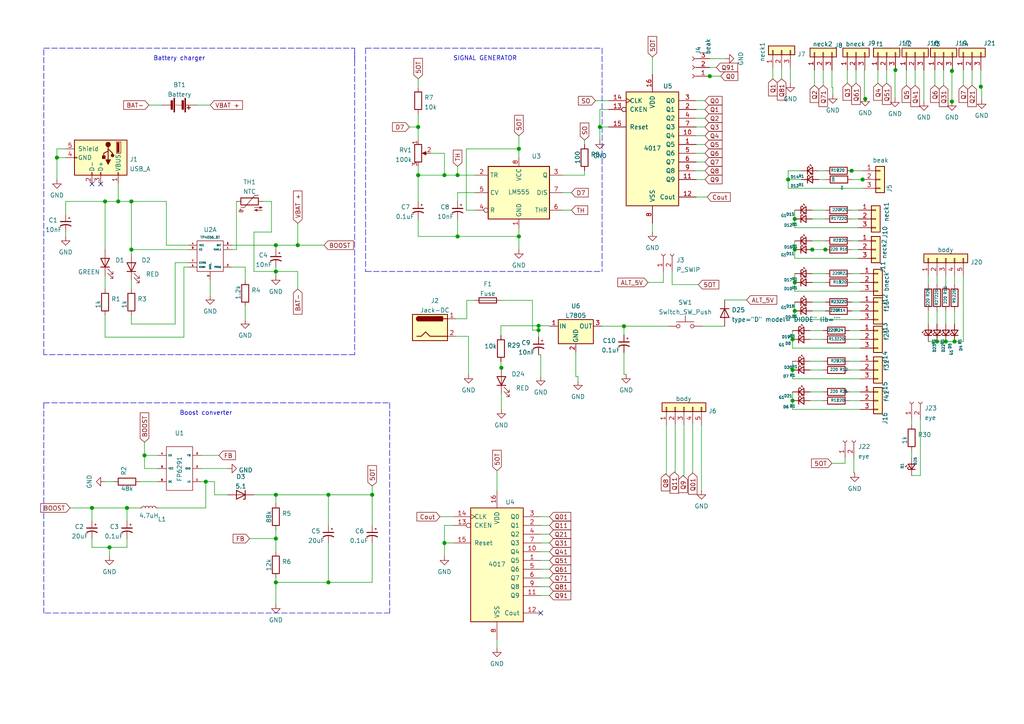
<source format=kicad_sch>
(kicad_sch (version 20210621) (generator eeschema)
  (paper "A4")
  (junction (at 16.51 45.72) (diameter 1.016))
  (junction (at 26.67 147.32) (diameter 1.016))
  (junction (at 30.48 58.42) (diameter 1.016))
  (junction (at 31.75 158.75) (diameter 1.016))
  (junction (at 34.29 58.42) (diameter 1.016))
  (junction (at 36.83 147.32) (diameter 1.016))
  (junction (at 38.1 58.42) (diameter 1.016))
  (junction (at 38.1 72.39) (diameter 1.016))
  (junction (at 41.91 132.08) (diameter 1.016))
  (junction (at 59.69 139.7) (diameter 1.016))
  (junction (at 80.01 71.12) (diameter 1.016))
  (junction (at 80.01 78.74) (diameter 1.016))
  (junction (at 80.01 143.51) (diameter 1.016))
  (junction (at 80.01 156.21) (diameter 1.016))
  (junction (at 80.01 168.91) (diameter 1.016))
  (junction (at 86.36 71.12) (diameter 1.016))
  (junction (at 95.25 143.51) (diameter 1.016))
  (junction (at 95.25 168.91) (diameter 1.016))
  (junction (at 107.95 143.51) (diameter 1.016))
  (junction (at 121.285 36.83) (diameter 1.016))
  (junction (at 121.285 50.8) (diameter 1.016))
  (junction (at 128.905 50.8) (diameter 1.016))
  (junction (at 128.905 157.48) (diameter 1.016))
  (junction (at 132.715 50.8) (diameter 1.016))
  (junction (at 132.715 68.58) (diameter 1.016))
  (junction (at 145.415 106.68) (diameter 1.016))
  (junction (at 150.495 43.18) (diameter 1.016))
  (junction (at 150.495 68.58) (diameter 1.016))
  (junction (at 156.21 94.488) (diameter 1.016))
  (junction (at 156.21 95.758) (diameter 1.016))
  (junction (at 173.99 36.83) (diameter 1.016))
  (junction (at 180.975 94.615) (diameter 1.016))
  (junction (at 205.867 22.098) (diameter 1.016))
  (junction (at 228.6 52.07) (diameter 1.016))
  (junction (at 229.87 98.425) (diameter 1.016))
  (junction (at 229.87 107.315) (diameter 1.016))
  (junction (at 229.87 116.205) (diameter 1.016))
  (junction (at 230.505 63.5) (diameter 1.016))
  (junction (at 230.505 72.39) (diameter 1.016))
  (junction (at 230.505 81.915) (diameter 1.016))
  (junction (at 230.505 90.17) (diameter 1.016))
  (junction (at 235.585 72.39) (diameter 1.016))
  (junction (at 239.395 72.39) (diameter 1.016))
  (junction (at 247.015 49.53) (diameter 1.016))
  (junction (at 250.19 52.07) (diameter 1.016))
  (junction (at 250.952 28.702) (diameter 1.016))
  (junction (at 259.715 20.32) (diameter 1.016))
  (junction (at 271.78 99.06) (diameter 1.016))
  (junction (at 274.32 99.06) (diameter 1.016))
  (junction (at 276.098 20.574) (diameter 1.016))
  (junction (at 276.098 29.464) (diameter 1.016))
  (junction (at 276.86 99.06) (diameter 1.016))
  (junction (at 284.48 25.146) (diameter 1.016))
  (no_connect (at 26.67 53.34))
  (no_connect (at 29.21 53.34))
  (no_connect (at 156.845 177.8))
  (wire (pts (xy 16.51 43.18) (xy 16.51 45.72)))
  (wire (pts (xy 16.51 45.72) (xy 16.51 52.07)))
  (wire (pts (xy 19.05 43.18) (xy 16.51 43.18)))
  (wire (pts (xy 19.05 45.72) (xy 16.51 45.72)))
  (wire (pts (xy 19.05 58.42) (xy 30.48 58.42)))
  (wire (pts (xy 19.05 62.23) (xy 19.05 58.42)))
  (wire (pts (xy 19.05 67.31) (xy 19.05 68.58)))
  (wire (pts (xy 26.67 147.32) (xy 20.32 147.32)))
  (wire (pts (xy 26.67 147.32) (xy 26.67 151.13)))
  (wire (pts (xy 26.67 158.75) (xy 26.67 156.21)))
  (wire (pts (xy 30.48 58.42) (xy 30.48 72.39)))
  (wire (pts (xy 30.48 58.42) (xy 34.29 58.42)))
  (wire (pts (xy 30.48 80.01) (xy 30.48 83.82)))
  (wire (pts (xy 30.48 97.79) (xy 30.48 91.44)))
  (wire (pts (xy 31.75 158.75) (xy 26.67 158.75)))
  (wire (pts (xy 31.75 158.75) (xy 31.75 161.29)))
  (wire (pts (xy 33.02 139.7) (xy 30.48 139.7)))
  (wire (pts (xy 34.29 53.34) (xy 34.29 58.42)))
  (wire (pts (xy 34.29 58.42) (xy 38.1 58.42)))
  (wire (pts (xy 36.83 147.32) (xy 26.67 147.32)))
  (wire (pts (xy 36.83 147.32) (xy 36.83 151.13)))
  (wire (pts (xy 36.83 156.21) (xy 36.83 158.75)))
  (wire (pts (xy 36.83 158.75) (xy 31.75 158.75)))
  (wire (pts (xy 38.1 58.42) (xy 38.1 72.39)))
  (wire (pts (xy 38.1 58.42) (xy 48.26 58.42)))
  (wire (pts (xy 38.1 72.39) (xy 38.1 73.66)))
  (wire (pts (xy 38.1 72.39) (xy 54.61 72.39)))
  (wire (pts (xy 38.1 81.28) (xy 38.1 83.82)))
  (wire (pts (xy 38.1 91.44) (xy 38.1 93.98)))
  (wire (pts (xy 38.1 93.98) (xy 50.8 93.98)))
  (wire (pts (xy 40.64 147.32) (xy 36.83 147.32)))
  (wire (pts (xy 41.91 132.08) (xy 41.91 128.27)))
  (wire (pts (xy 41.91 132.08) (xy 41.91 135.89)))
  (wire (pts (xy 41.91 135.89) (xy 45.72 135.89)))
  (wire (pts (xy 43.18 30.48) (xy 46.99 30.48)))
  (wire (pts (xy 45.72 132.08) (xy 41.91 132.08)))
  (wire (pts (xy 45.72 139.7) (xy 40.64 139.7)))
  (wire (pts (xy 45.72 147.32) (xy 59.69 147.32)))
  (wire (pts (xy 48.26 71.12) (xy 48.26 58.42)))
  (wire (pts (xy 50.8 76.2) (xy 50.8 93.98)))
  (wire (pts (xy 50.8 76.2) (xy 54.61 76.2)))
  (wire (pts (xy 53.34 77.47) (xy 53.34 97.79)))
  (wire (pts (xy 53.34 77.47) (xy 54.61 77.47)))
  (wire (pts (xy 53.34 97.79) (xy 30.48 97.79)))
  (wire (pts (xy 54.61 71.12) (xy 48.26 71.12)))
  (wire (pts (xy 57.15 30.48) (xy 60.96 30.48)))
  (wire (pts (xy 58.42 132.08) (xy 63.5 132.08)))
  (wire (pts (xy 58.42 135.89) (xy 66.04 135.89)))
  (wire (pts (xy 58.42 139.7) (xy 59.69 139.7)))
  (wire (pts (xy 59.69 147.32) (xy 59.69 139.7)))
  (wire (pts (xy 60.96 81.28) (xy 60.96 85.725)))
  (wire (pts (xy 62.23 139.7) (xy 59.69 139.7)))
  (wire (pts (xy 62.23 143.51) (xy 62.23 139.7)))
  (wire (pts (xy 66.04 143.51) (xy 62.23 143.51)))
  (wire (pts (xy 67.31 71.12) (xy 80.01 71.12)))
  (wire (pts (xy 67.31 72.39) (xy 68.58 72.39)))
  (wire (pts (xy 67.31 77.47) (xy 71.12 77.47)))
  (wire (pts (xy 68.58 58.42) (xy 68.58 72.39)))
  (wire (pts (xy 71.12 77.47) (xy 71.12 81.28)))
  (wire (pts (xy 71.12 88.9) (xy 71.12 92.71)))
  (wire (pts (xy 72.39 156.21) (xy 80.01 156.21)))
  (wire (pts (xy 73.66 67.31) (xy 73.66 78.74)))
  (wire (pts (xy 73.66 78.74) (xy 80.01 78.74)))
  (wire (pts (xy 73.66 143.51) (xy 80.01 143.51)))
  (wire (pts (xy 76.2 58.42) (xy 78.74 58.42)))
  (wire (pts (xy 78.74 58.42) (xy 78.74 67.31)))
  (wire (pts (xy 78.74 67.31) (xy 73.66 67.31)))
  (wire (pts (xy 80.01 71.12) (xy 80.01 72.39)))
  (wire (pts (xy 80.01 71.12) (xy 86.36 71.12)))
  (wire (pts (xy 80.01 77.47) (xy 80.01 78.74)))
  (wire (pts (xy 80.01 78.74) (xy 80.01 80.01)))
  (wire (pts (xy 80.01 78.74) (xy 86.36 78.74)))
  (wire (pts (xy 80.01 143.51) (xy 80.01 146.05)))
  (wire (pts (xy 80.01 153.67) (xy 80.01 156.21)))
  (wire (pts (xy 80.01 156.21) (xy 80.01 160.02)))
  (wire (pts (xy 80.01 167.64) (xy 80.01 168.91)))
  (wire (pts (xy 80.01 168.91) (xy 80.01 175.26)))
  (wire (pts (xy 86.36 64.77) (xy 86.36 71.12)))
  (wire (pts (xy 86.36 71.12) (xy 93.98 71.12)))
  (wire (pts (xy 86.36 83.82) (xy 86.36 78.74)))
  (wire (pts (xy 95.25 143.51) (xy 80.01 143.51)))
  (wire (pts (xy 95.25 152.4) (xy 95.25 143.51)))
  (wire (pts (xy 95.25 157.48) (xy 95.25 168.91)))
  (wire (pts (xy 95.25 168.91) (xy 80.01 168.91)))
  (wire (pts (xy 107.95 140.97) (xy 107.95 143.51)))
  (wire (pts (xy 107.95 143.51) (xy 95.25 143.51)))
  (wire (pts (xy 107.95 152.4) (xy 107.95 143.51)))
  (wire (pts (xy 107.95 157.48) (xy 107.95 168.91)))
  (wire (pts (xy 107.95 168.91) (xy 95.25 168.91)))
  (wire (pts (xy 118.745 36.83) (xy 121.285 36.83)))
  (wire (pts (xy 121.285 22.86) (xy 121.285 25.4)))
  (wire (pts (xy 121.285 33.02) (xy 121.285 36.83)))
  (wire (pts (xy 121.285 36.83) (xy 121.285 40.64)))
  (wire (pts (xy 121.285 48.26) (xy 121.285 50.8)))
  (wire (pts (xy 121.285 50.8) (xy 121.285 58.42)))
  (wire (pts (xy 121.285 50.8) (xy 128.905 50.8)))
  (wire (pts (xy 121.285 63.5) (xy 121.285 68.58)))
  (wire (pts (xy 121.285 68.58) (xy 132.715 68.58)))
  (wire (pts (xy 125.095 44.45) (xy 128.905 44.45)))
  (wire (pts (xy 127.635 149.86) (xy 131.445 149.86)))
  (wire (pts (xy 128.905 44.45) (xy 128.905 50.8)))
  (wire (pts (xy 128.905 50.8) (xy 132.715 50.8)))
  (wire (pts (xy 128.905 152.4) (xy 128.905 157.48)))
  (wire (pts (xy 128.905 157.48) (xy 131.445 157.48)))
  (wire (pts (xy 128.905 161.29) (xy 128.905 157.48)))
  (wire (pts (xy 131.445 152.4) (xy 128.905 152.4)))
  (wire (pts (xy 132.334 92.456) (xy 135.382 92.456)))
  (wire (pts (xy 132.334 97.536) (xy 135.89 97.536)))
  (wire (pts (xy 132.715 48.26) (xy 132.715 50.8)))
  (wire (pts (xy 132.715 50.8) (xy 137.795 50.8)))
  (wire (pts (xy 132.715 55.88) (xy 137.795 55.88)))
  (wire (pts (xy 132.715 58.42) (xy 132.715 55.88)))
  (wire (pts (xy 132.715 63.5) (xy 132.715 68.58)))
  (wire (pts (xy 132.715 68.58) (xy 150.495 68.58)))
  (wire (pts (xy 135.255 43.18) (xy 150.495 43.18)))
  (wire (pts (xy 135.255 60.96) (xy 135.255 43.18)))
  (wire (pts (xy 135.382 92.456) (xy 135.382 87.122)))
  (wire (pts (xy 135.89 97.536) (xy 135.89 108.585)))
  (wire (pts (xy 137.668 87.122) (xy 135.382 87.122)))
  (wire (pts (xy 137.795 60.96) (xy 135.255 60.96)))
  (wire (pts (xy 144.145 136.525) (xy 144.145 142.24)))
  (wire (pts (xy 144.145 185.42) (xy 144.145 187.96)))
  (wire (pts (xy 145.288 87.122) (xy 154.432 87.122)))
  (wire (pts (xy 145.288 94.488) (xy 156.21 94.488)))
  (wire (pts (xy 145.288 97.282) (xy 145.288 94.488)))
  (wire (pts (xy 145.288 104.902) (xy 145.288 106.68)))
  (wire (pts (xy 145.288 106.68) (xy 145.415 106.68)))
  (wire (pts (xy 145.415 106.68) (xy 145.542 106.68)))
  (wire (pts (xy 145.415 114.3) (xy 145.415 118.745)))
  (wire (pts (xy 150.495 39.37) (xy 150.495 43.18)))
  (wire (pts (xy 150.495 43.18) (xy 150.495 45.72)))
  (wire (pts (xy 150.495 68.58) (xy 150.495 66.04)))
  (wire (pts (xy 150.495 68.58) (xy 150.495 72.39)))
  (wire (pts (xy 154.432 87.122) (xy 154.432 95.758)))
  (wire (pts (xy 154.432 95.758) (xy 156.21 95.758)))
  (wire (pts (xy 156.21 94.488) (xy 156.21 95.758)))
  (wire (pts (xy 156.21 94.488) (xy 159.258 94.488)))
  (wire (pts (xy 156.21 95.758) (xy 156.21 97.79)))
  (wire (pts (xy 156.845 102.87) (xy 156.21 102.87)))
  (wire (pts (xy 156.845 109.22) (xy 156.845 102.87)))
  (wire (pts (xy 156.845 149.86) (xy 159.385 149.86)))
  (wire (pts (xy 156.845 152.4) (xy 159.385 152.4)))
  (wire (pts (xy 156.845 154.94) (xy 159.385 154.94)))
  (wire (pts (xy 156.845 157.48) (xy 159.385 157.48)))
  (wire (pts (xy 156.845 160.02) (xy 159.385 160.02)))
  (wire (pts (xy 156.845 162.56) (xy 159.385 162.56)))
  (wire (pts (xy 156.845 165.1) (xy 159.385 165.1)))
  (wire (pts (xy 156.845 167.64) (xy 159.385 167.64)))
  (wire (pts (xy 156.845 170.18) (xy 159.385 170.18)))
  (wire (pts (xy 156.845 172.72) (xy 159.385 172.72)))
  (wire (pts (xy 163.195 50.8) (xy 169.545 50.8)))
  (wire (pts (xy 163.195 55.88) (xy 165.735 55.88)))
  (wire (pts (xy 163.195 60.96) (xy 165.735 60.96)))
  (wire (pts (xy 167.005 102.235) (xy 167.005 109.22)))
  (wire (pts (xy 167.005 109.22) (xy 167.64 109.22)))
  (wire (pts (xy 167.64 109.22) (xy 167.64 110.49)))
  (wire (pts (xy 169.545 40.64) (xy 169.545 41.91)))
  (wire (pts (xy 169.545 49.53) (xy 169.545 50.8)))
  (wire (pts (xy 172.72 29.21) (xy 176.53 29.21)))
  (wire (pts (xy 173.99 31.75) (xy 173.99 36.83)))
  (wire (pts (xy 173.99 36.83) (xy 176.53 36.83)))
  (wire (pts (xy 173.99 40.64) (xy 173.99 36.83)))
  (wire (pts (xy 174.625 94.615) (xy 180.975 94.615)))
  (wire (pts (xy 176.53 31.75) (xy 173.99 31.75)))
  (wire (pts (xy 180.975 94.615) (xy 180.975 97.155)))
  (wire (pts (xy 180.975 94.615) (xy 193.675 94.615)))
  (wire (pts (xy 180.975 102.235) (xy 180.975 108.585)))
  (wire (pts (xy 180.975 108.585) (xy 181.61 108.585)))
  (wire (pts (xy 189.23 16.51) (xy 189.23 21.59)))
  (wire (pts (xy 189.23 64.77) (xy 189.23 67.31)))
  (wire (pts (xy 192.405 78.74) (xy 192.405 81.915)))
  (wire (pts (xy 192.405 81.915) (xy 187.96 81.915)))
  (wire (pts (xy 193.294 123.19) (xy 193.294 137.414)))
  (wire (pts (xy 193.294 137.414) (xy 193.04 137.414)))
  (wire (pts (xy 194.945 78.74) (xy 194.945 82.55)))
  (wire (pts (xy 195.834 123.19) (xy 195.834 136.906)))
  (wire (pts (xy 195.834 136.906) (xy 195.58 136.906)))
  (wire (pts (xy 198.374 123.19) (xy 198.374 137.922)))
  (wire (pts (xy 198.374 137.922) (xy 198.12 137.922)))
  (wire (pts (xy 200.914 123.19) (xy 200.914 137.16)))
  (wire (pts (xy 201.93 29.21) (xy 204.47 29.21)))
  (wire (pts (xy 201.93 31.75) (xy 204.47 31.75)))
  (wire (pts (xy 201.93 34.29) (xy 204.47 34.29)))
  (wire (pts (xy 201.93 36.83) (xy 204.47 36.83)))
  (wire (pts (xy 201.93 39.37) (xy 204.47 39.37)))
  (wire (pts (xy 201.93 41.91) (xy 204.47 41.91)))
  (wire (pts (xy 201.93 44.45) (xy 204.47 44.45)))
  (wire (pts (xy 201.93 46.99) (xy 204.47 46.99)))
  (wire (pts (xy 201.93 49.53) (xy 204.47 49.53)))
  (wire (pts (xy 201.93 52.07) (xy 204.47 52.07)))
  (wire (pts (xy 201.93 57.15) (xy 205.105 57.15)))
  (wire (pts (xy 202.565 82.55) (xy 194.945 82.55)))
  (wire (pts (xy 203.454 123.19) (xy 203.454 142.24)))
  (wire (pts (xy 203.835 94.615) (xy 210.185 94.615)))
  (wire (pts (xy 205.74 22.098) (xy 205.867 22.098)))
  (wire (pts (xy 205.867 17.018) (xy 210.312 17.018)))
  (wire (pts (xy 205.867 19.558) (xy 207.772 19.558)))
  (wire (pts (xy 205.867 22.098) (xy 209.042 22.098)))
  (wire (pts (xy 210.185 86.995) (xy 216.535 86.995)))
  (wire (pts (xy 224.155 19.685) (xy 224.155 22.86)))
  (wire (pts (xy 226.695 19.685) (xy 226.695 22.86)))
  (wire (pts (xy 228.6 49.53) (xy 228.6 52.07)))
  (wire (pts (xy 228.6 52.07) (xy 228.6 54.61)))
  (wire (pts (xy 229.235 19.685) (xy 229.235 24.13)))
  (wire (pts (xy 229.87 95.885) (xy 229.87 98.425)))
  (wire (pts (xy 229.87 98.425) (xy 229.87 100.965)))
  (wire (pts (xy 229.87 100.965) (xy 249.555 100.965)))
  (wire (pts (xy 229.87 107.315) (xy 229.87 104.775)))
  (wire (pts (xy 229.87 109.855) (xy 229.87 107.315)))
  (wire (pts (xy 229.87 116.205) (xy 229.87 113.665)))
  (wire (pts (xy 229.87 118.745) (xy 229.87 116.205)))
  (wire (pts (xy 230.505 60.96) (xy 230.505 63.5)))
  (wire (pts (xy 230.505 63.5) (xy 230.505 66.04)))
  (wire (pts (xy 230.505 69.85) (xy 230.505 72.39)))
  (wire (pts (xy 230.505 72.39) (xy 230.505 74.93)))
  (wire (pts (xy 230.505 79.375) (xy 230.505 81.915)))
  (wire (pts (xy 230.505 81.915) (xy 230.505 84.455)))
  (wire (pts (xy 230.505 90.17) (xy 230.505 87.63)))
  (wire (pts (xy 230.505 92.71) (xy 230.505 90.17)))
  (wire (pts (xy 232.41 49.53) (xy 228.6 49.53)))
  (wire (pts (xy 232.41 52.07) (xy 228.6 52.07)))
  (wire (pts (xy 235.458 72.39) (xy 235.585 72.39)))
  (wire (pts (xy 235.585 72.39) (xy 239.395 72.39)))
  (wire (pts (xy 236.22 20.32) (xy 236.22 24.765)))
  (wire (pts (xy 237.49 52.07) (xy 239.522 52.07)))
  (wire (pts (xy 238.76 20.32) (xy 238.76 24.765)))
  (wire (pts (xy 238.76 95.885) (xy 234.95 95.885)))
  (wire (pts (xy 238.76 98.425) (xy 234.95 98.425)))
  (wire (pts (xy 238.76 104.775) (xy 234.95 104.775)))
  (wire (pts (xy 238.76 107.315) (xy 234.95 107.315)))
  (wire (pts (xy 238.76 113.665) (xy 234.95 113.665)))
  (wire (pts (xy 238.76 116.205) (xy 234.95 116.205)))
  (wire (pts (xy 239.395 49.53) (xy 237.49 49.53)))
  (wire (pts (xy 239.395 60.96) (xy 235.585 60.96)))
  (wire (pts (xy 239.395 63.5) (xy 235.585 63.5)))
  (wire (pts (xy 239.395 69.85) (xy 235.585 69.85)))
  (wire (pts (xy 239.395 72.39) (xy 239.522 72.39)))
  (wire (pts (xy 239.395 79.375) (xy 235.585 79.375)))
  (wire (pts (xy 239.395 81.915) (xy 235.585 81.915)))
  (wire (pts (xy 239.395 87.63) (xy 235.585 87.63)))
  (wire (pts (xy 239.395 90.17) (xy 235.585 90.17)))
  (wire (pts (xy 241.3 20.32) (xy 241.3 25.4)))
  (wire (pts (xy 241.3 25.4) (xy 241.554 25.4)))
  (wire (pts (xy 241.554 27.432) (xy 241.554 25.4)))
  (wire (pts (xy 245.11 132.842) (xy 245.11 134.366)))
  (wire (pts (xy 245.11 134.366) (xy 241.3 134.366)))
  (wire (pts (xy 245.745 20.32) (xy 245.745 24.13)))
  (wire (pts (xy 246.634 49.53) (xy 247.015 49.53)))
  (wire (pts (xy 247.015 49.53) (xy 250.19 49.53)))
  (wire (pts (xy 247.142 52.07) (xy 250.19 52.07)))
  (wire (pts (xy 247.65 132.842) (xy 247.65 137.16)))
  (wire (pts (xy 247.65 137.16) (xy 247.904 137.16)))
  (wire (pts (xy 248.285 20.32) (xy 248.285 24.13)))
  (wire (pts (xy 248.92 60.96) (xy 247.015 60.96)))
  (wire (pts (xy 248.92 63.5) (xy 247.015 63.5)))
  (wire (pts (xy 248.92 66.04) (xy 230.505 66.04)))
  (wire (pts (xy 248.92 69.85) (xy 247.015 69.85)))
  (wire (pts (xy 248.92 72.39) (xy 247.015 72.39)))
  (wire (pts (xy 248.92 74.93) (xy 230.505 74.93)))
  (wire (pts (xy 249.555 79.375) (xy 247.015 79.375)))
  (wire (pts (xy 249.555 81.915) (xy 247.015 81.915)))
  (wire (pts (xy 249.555 84.455) (xy 230.505 84.455)))
  (wire (pts (xy 249.555 87.63) (xy 247.015 87.63)))
  (wire (pts (xy 249.555 90.17) (xy 247.015 90.17)))
  (wire (pts (xy 249.555 92.71) (xy 230.505 92.71)))
  (wire (pts (xy 249.555 95.885) (xy 246.38 95.885)))
  (wire (pts (xy 249.555 98.425) (xy 246.38 98.425)))
  (wire (pts (xy 249.555 104.775) (xy 246.38 104.775)))
  (wire (pts (xy 249.555 107.315) (xy 246.38 107.315)))
  (wire (pts (xy 249.555 109.855) (xy 229.87 109.855)))
  (wire (pts (xy 249.555 113.665) (xy 246.38 113.665)))
  (wire (pts (xy 249.555 116.205) (xy 246.38 116.205)))
  (wire (pts (xy 249.555 118.745) (xy 229.87 118.745)))
  (wire (pts (xy 250.19 52.07) (xy 250.444 52.07)))
  (wire (pts (xy 250.19 54.61) (xy 228.6 54.61)))
  (wire (pts (xy 250.698 20.32) (xy 250.698 28.702)))
  (wire (pts (xy 250.698 28.702) (xy 250.952 28.702)))
  (wire (pts (xy 250.952 28.194) (xy 250.952 28.702)))
  (wire (pts (xy 250.952 28.702) (xy 251.206 28.702)))
  (wire (pts (xy 254.635 20.32) (xy 254.635 24.13)))
  (wire (pts (xy 257.175 20.32) (xy 257.175 24.13)))
  (wire (pts (xy 259.588 20.32) (xy 259.588 28.448)))
  (wire (pts (xy 259.588 20.32) (xy 259.715 20.32)))
  (wire (pts (xy 259.715 20.32) (xy 259.842 20.32)))
  (wire (pts (xy 262.89 20.32) (xy 262.89 24.765)))
  (wire (pts (xy 264.414 121.666) (xy 264.414 123.19)))
  (wire (pts (xy 264.414 130.81) (xy 264.414 132.842)))
  (wire (pts (xy 265.43 20.32) (xy 265.43 24.765)))
  (wire (pts (xy 266.954 121.666) (xy 266.954 137.922)))
  (wire (pts (xy 266.954 137.922) (xy 264.414 137.922)))
  (wire (pts (xy 267.97 20.32) (xy 267.97 29.464)))
  (wire (pts (xy 269.24 80.01) (xy 269.24 82.55)))
  (wire (pts (xy 269.24 90.17) (xy 269.24 93.98)))
  (wire (pts (xy 269.24 99.06) (xy 271.78 99.06)))
  (wire (pts (xy 271.145 20.32) (xy 271.145 24.765)))
  (wire (pts (xy 271.78 80.01) (xy 271.78 82.55)))
  (wire (pts (xy 271.78 90.17) (xy 271.78 93.98)))
  (wire (pts (xy 271.78 99.06) (xy 274.32 99.06)))
  (wire (pts (xy 273.685 20.32) (xy 273.685 24.765)))
  (wire (pts (xy 274.32 80.01) (xy 274.32 82.55)))
  (wire (pts (xy 274.32 90.17) (xy 274.32 93.98)))
  (wire (pts (xy 274.32 99.06) (xy 276.86 99.06)))
  (wire (pts (xy 276.098 20.32) (xy 276.098 20.574)))
  (wire (pts (xy 276.098 20.574) (xy 276.098 29.464)))
  (wire (pts (xy 276.098 20.574) (xy 276.352 20.574)))
  (wire (pts (xy 276.352 20.32) (xy 276.352 20.574)))
  (wire (pts (xy 276.352 29.464) (xy 276.098 29.464)))
  (wire (pts (xy 276.86 80.01) (xy 276.86 82.55)))
  (wire (pts (xy 276.86 90.17) (xy 276.86 93.98)))
  (wire (pts (xy 279.4 20.32) (xy 279.4 24.765)))
  (wire (pts (xy 279.4 80.01) (xy 279.4 99.06)))
  (wire (pts (xy 279.4 99.06) (xy 276.86 99.06)))
  (wire (pts (xy 281.94 20.32) (xy 281.94 24.765)))
  (wire (pts (xy 284.48 20.32) (xy 284.48 25.146)))
  (wire (pts (xy 284.48 25.146) (xy 284.48 25.4)))
  (wire (pts (xy 284.734 25.146) (xy 284.48 25.146)))
  (wire (pts (xy 284.734 28.956) (xy 284.734 25.146)))
  (polyline (pts (xy 12.7 13.97) (xy 102.87 13.97)) (stroke (width 0) (type dash)))
  (polyline (pts (xy 12.7 102.87) (xy 12.7 13.97)) (stroke (width 0) (type dash)))
  (polyline (pts (xy 12.7 116.84) (xy 12.7 177.8)) (stroke (width 0) (type dash)))
  (polyline (pts (xy 12.7 116.84) (xy 113.03 116.84)) (stroke (width 0) (type dash)))
  (polyline (pts (xy 102.87 13.97) (xy 102.87 17.78)) (stroke (width 0) (type dash)))
  (polyline (pts (xy 102.87 15.24) (xy 102.87 102.87)) (stroke (width 0) (type dash)))
  (polyline (pts (xy 102.87 102.87) (xy 12.7 102.87)) (stroke (width 0) (type dash)))
  (polyline (pts (xy 106.045 13.97) (xy 106.045 78.74)) (stroke (width 0) (type dash)))
  (polyline (pts (xy 106.045 13.97) (xy 174.625 13.97)) (stroke (width 0) (type dash)))
  (polyline (pts (xy 106.045 78.74) (xy 174.625 78.74)) (stroke (width 0) (type dash)))
  (polyline (pts (xy 113.03 116.84) (xy 113.03 177.8)) (stroke (width 0) (type dash)))
  (polyline (pts (xy 113.03 177.8) (xy 12.7 177.8)) (stroke (width 0) (type dash)))
  (polyline (pts (xy 174.625 13.97) (xy 174.625 78.74)) (stroke (width 0) (type dash)))
  (text "Battery charger " (at 44.45 17.78 0) (effects (font (size 1.27 1.27)) (justify left bottom)))
  (text "Boost converter \n" (at 52.07 120.65 0) (effects (font (size 1.27 1.27)) (justify left bottom)))
  (text "SIGNAL GENERATOR \n" (at 131.445 17.78 0) (effects (font (size 1.27 1.27)) (justify left bottom)))
  (global_label "BOOST" (shape input) (at 20.32 147.32 180) (property "Intersheet References" "${INTERSHEET_REFS}" (effects hide)))
  (global_label "BOOST" (shape input) (at 41.91 128.27 90) (property "Intersheet References" "${INTERSHEET_REFS}" (effects hide)))
  (global_label "BAT-" (shape input) (at 43.18 30.48 180) (property "Intersheet References" "${INTERSHEET_REFS}" (effects hide)))
  (global_label "VBAT +" (shape input) (at 60.96 30.48 0) (property "Intersheet References" "${INTERSHEET_REFS}" (effects hide)))
  (global_label "FB" (shape input) (at 63.5 132.08 0) (property "Intersheet References" "${INTERSHEET_REFS}" (effects hide)))
  (global_label "FB" (shape input) (at 72.39 156.21 180) (property "Intersheet References" "${INTERSHEET_REFS}" (effects hide)))
  (global_label "VBAT +" (shape input) (at 86.36 64.77 90) (property "Intersheet References" "${INTERSHEET_REFS}" (effects hide)))
  (global_label "BAT-" (shape input) (at 86.36 83.82 270) (property "Intersheet References" "${INTERSHEET_REFS}" (effects hide)))
  (global_label "BOOST" (shape input) (at 93.98 71.12 0) (property "Intersheet References" "${INTERSHEET_REFS}" (effects hide)))
  (global_label "5OT" (shape input) (at 107.95 140.97 90) (property "Intersheet References" "${INTERSHEET_REFS}" (effects hide)))
  (global_label "D7" (shape input) (at 118.745 36.83 180) (property "Intersheet References" "${INTERSHEET_REFS}" (effects hide)))
  (global_label "5OT" (shape input) (at 121.285 22.86 90) (property "Intersheet References" "${INTERSHEET_REFS}" (effects hide)))
  (global_label "Cout" (shape input) (at 127.635 149.86 180) (property "Intersheet References" "${INTERSHEET_REFS}" (effects hide)))
  (global_label "TH" (shape input) (at 132.715 48.26 90) (property "Intersheet References" "${INTERSHEET_REFS}" (effects hide)))
  (global_label "5OT" (shape input) (at 144.145 136.525 90) (property "Intersheet References" "${INTERSHEET_REFS}" (effects hide)))
  (global_label "5OT" (shape input) (at 150.495 39.37 90) (property "Intersheet References" "${INTERSHEET_REFS}" (effects hide)))
  (global_label "Q01" (shape input) (at 159.385 149.86 0) (property "Intersheet References" "${INTERSHEET_REFS}" (effects hide)))
  (global_label "Q11" (shape input) (at 159.385 152.4 0) (property "Intersheet References" "${INTERSHEET_REFS}" (effects hide)))
  (global_label "Q21" (shape input) (at 159.385 154.94 0) (property "Intersheet References" "${INTERSHEET_REFS}" (effects hide)))
  (global_label "Q31" (shape input) (at 159.385 157.48 0) (property "Intersheet References" "${INTERSHEET_REFS}" (effects hide)))
  (global_label "Q41" (shape input) (at 159.385 160.02 0) (property "Intersheet References" "${INTERSHEET_REFS}" (effects hide)))
  (global_label "Q51" (shape input) (at 159.385 162.56 0) (property "Intersheet References" "${INTERSHEET_REFS}" (effects hide)))
  (global_label "Q61" (shape input) (at 159.385 165.1 0) (property "Intersheet References" "${INTERSHEET_REFS}" (effects hide)))
  (global_label "Q71" (shape input) (at 159.385 167.64 0) (property "Intersheet References" "${INTERSHEET_REFS}" (effects hide)))
  (global_label "Q81" (shape input) (at 159.385 170.18 0) (property "Intersheet References" "${INTERSHEET_REFS}" (effects hide)))
  (global_label "Q91" (shape input) (at 159.385 172.72 0) (property "Intersheet References" "${INTERSHEET_REFS}" (effects hide)))
  (global_label "D7" (shape input) (at 165.735 55.88 0) (property "Intersheet References" "${INTERSHEET_REFS}" (effects hide)))
  (global_label "TH" (shape input) (at 165.735 60.96 0) (property "Intersheet References" "${INTERSHEET_REFS}" (effects hide)))
  (global_label "SO" (shape input) (at 169.545 40.64 90) (property "Intersheet References" "${INTERSHEET_REFS}" (effects hide)))
  (global_label "SO" (shape input) (at 172.72 29.21 180) (property "Intersheet References" "${INTERSHEET_REFS}" (effects hide)))
  (global_label "ALT_5V" (shape input) (at 187.96 81.915 180) (property "Intersheet References" "${INTERSHEET_REFS}" (effects hide)))
  (global_label "5OT" (shape input) (at 189.23 16.51 90) (property "Intersheet References" "${INTERSHEET_REFS}" (effects hide)))
  (global_label "Q8" (shape input) (at 193.04 137.414 270) (property "Intersheet References" "${INTERSHEET_REFS}" (effects hide)))
  (global_label "Q11" (shape input) (at 195.58 136.906 270) (property "Intersheet References" "${INTERSHEET_REFS}" (effects hide)))
  (global_label "Q9" (shape input) (at 198.12 137.922 270) (property "Intersheet References" "${INTERSHEET_REFS}" (effects hide)))
  (global_label "Q01" (shape input) (at 200.914 137.16 270) (property "Intersheet References" "${INTERSHEET_REFS}" (effects hide)))
  (global_label "5OT" (shape input) (at 202.565 82.55 0) (property "Intersheet References" "${INTERSHEET_REFS}" (effects hide)))
  (global_label "Q0" (shape input) (at 204.47 29.21 0) (property "Intersheet References" "${INTERSHEET_REFS}" (effects hide)))
  (global_label "Q1" (shape input) (at 204.47 31.75 0) (property "Intersheet References" "${INTERSHEET_REFS}" (effects hide)))
  (global_label "Q2" (shape input) (at 204.47 34.29 0) (property "Intersheet References" "${INTERSHEET_REFS}" (effects hide)))
  (global_label "Q3" (shape input) (at 204.47 36.83 0) (property "Intersheet References" "${INTERSHEET_REFS}" (effects hide)))
  (global_label "Q4" (shape input) (at 204.47 39.37 0) (property "Intersheet References" "${INTERSHEET_REFS}" (effects hide)))
  (global_label "Q5" (shape input) (at 204.47 41.91 0) (property "Intersheet References" "${INTERSHEET_REFS}" (effects hide)))
  (global_label "Q6" (shape input) (at 204.47 44.45 0) (property "Intersheet References" "${INTERSHEET_REFS}" (effects hide)))
  (global_label "Q7" (shape input) (at 204.47 46.99 0) (property "Intersheet References" "${INTERSHEET_REFS}" (effects hide)))
  (global_label "Q8" (shape input) (at 204.47 49.53 0) (property "Intersheet References" "${INTERSHEET_REFS}" (effects hide)))
  (global_label "Q9" (shape input) (at 204.47 52.07 0) (property "Intersheet References" "${INTERSHEET_REFS}" (effects hide)))
  (global_label "Cout" (shape input) (at 205.105 57.15 0) (property "Intersheet References" "${INTERSHEET_REFS}" (effects hide)))
  (global_label "Q91" (shape input) (at 207.772 19.558 0) (property "Intersheet References" "${INTERSHEET_REFS}" (effects hide)))
  (global_label "Q0" (shape input) (at 209.042 22.098 0) (property "Intersheet References" "${INTERSHEET_REFS}" (effects hide)))
  (global_label "ALT_5V" (shape input) (at 216.535 86.995 0) (property "Intersheet References" "${INTERSHEET_REFS}" (effects hide)))
  (global_label "Q1" (shape input) (at 224.155 22.86 270) (property "Intersheet References" "${INTERSHEET_REFS}" (effects hide)))
  (global_label "Q81" (shape input) (at 226.695 22.86 270) (property "Intersheet References" "${INTERSHEET_REFS}" (effects hide)))
  (global_label "Q2" (shape input) (at 236.22 24.765 270) (property "Intersheet References" "${INTERSHEET_REFS}" (effects hide)))
  (global_label "Q71" (shape input) (at 238.76 24.765 270) (property "Intersheet References" "${INTERSHEET_REFS}" (effects hide)))
  (global_label "5OT" (shape input) (at 241.3 134.366 180) (property "Intersheet References" "${INTERSHEET_REFS}" (effects hide)))
  (global_label "Q3" (shape input) (at 245.745 24.13 270) (property "Intersheet References" "${INTERSHEET_REFS}" (effects hide)))
  (global_label "Q61" (shape input) (at 248.285 24.13 270) (property "Intersheet References" "${INTERSHEET_REFS}" (effects hide)))
  (global_label "Q4" (shape input) (at 254.635 24.13 270) (property "Intersheet References" "${INTERSHEET_REFS}" (effects hide)))
  (global_label "Q51" (shape input) (at 257.175 24.13 270) (property "Intersheet References" "${INTERSHEET_REFS}" (effects hide)))
  (global_label "Q5" (shape input) (at 262.89 24.765 270) (property "Intersheet References" "${INTERSHEET_REFS}" (effects hide)))
  (global_label "Q41" (shape input) (at 265.43 24.765 270) (property "Intersheet References" "${INTERSHEET_REFS}" (effects hide)))
  (global_label "Q6" (shape input) (at 271.145 24.765 270) (property "Intersheet References" "${INTERSHEET_REFS}" (effects hide)))
  (global_label "Q31" (shape input) (at 273.685 24.765 270) (property "Intersheet References" "${INTERSHEET_REFS}" (effects hide)))
  (global_label "Q7" (shape input) (at 279.4 24.765 270) (property "Intersheet References" "${INTERSHEET_REFS}" (effects hide)))
  (global_label "Q21" (shape input) (at 281.94 24.765 270) (property "Intersheet References" "${INTERSHEET_REFS}" (effects hide)))
  (symbol (lib_id "Device:L_Small") (at 43.18 147.32 270) (mirror x) (unit 1)
    (property "Reference" "L1" (at 46.99 150.5924 90))
    (property "Value" "4.7uH" (at 43.18 149.5575 90))
    (property "Footprint" "Inductor_THT:L_Radial_D6.0mm_P4.00mm" (effects hide))
  )
  (symbol (lib_id "power:GND") (at 16.51 52.07 0) (unit 1)
    (property "Reference" "#PWR01" (effects hide))
    (property "Value" "GND" (at 16.51 56.6326 0))
  )
  (symbol (lib_id "power:GND") (at 19.05 68.58 0) (unit 1)
    (property "Reference" "#PWR02" (effects hide))
    (property "Value" "GND" (at 19.05 73.1426 0))
  )
  (symbol (lib_id "power:GND") (at 30.48 139.7 270) (unit 1)
    (property "Reference" "#PWR03" (effects hide))
    (property "Value" "GND" (at 25.9174 139.7 0))
  )
  (symbol (lib_id "power:GND") (at 31.75 161.29 0) (mirror y) (unit 1)
    (property "Reference" "#PWR04" (effects hide))
    (property "Value" "GND" (at 31.75 165.8526 0))
  )
  (symbol (lib_id "power:GND") (at 60.96 85.725 0) (unit 1)
    (property "Reference" "#PWR05" (effects hide))
    (property "Value" "GND" (at 60.96 90.2876 0))
  )
  (symbol (lib_id "power:GND") (at 66.04 135.89 90) (unit 1)
    (property "Reference" "#PWR06" (effects hide))
    (property "Value" "GND" (at 69.2151 136.369 90) (effects (justify right)))
  )
  (symbol (lib_id "power:GND") (at 71.12 92.71 0) (unit 1)
    (property "Reference" "#PWR07" (effects hide))
    (property "Value" "GND" (at 71.12 97.2726 0))
  )
  (symbol (lib_id "power:GND") (at 80.01 80.01 0) (unit 1)
    (property "Reference" "#PWR08" (effects hide))
    (property "Value" "GND" (at 80.01 84.5726 0))
  )
  (symbol (lib_id "power:GND") (at 80.01 175.26 0) (mirror y) (unit 1)
    (property "Reference" "#PWR09" (effects hide))
    (property "Value" "GND" (at 80.01 179.8226 0))
  )
  (symbol (lib_id "power:GND") (at 128.905 161.29 0) (unit 1)
    (property "Reference" "#PWR011" (effects hide))
    (property "Value" "GND" (at 128.905 165.8526 0))
  )
  (symbol (lib_id "power:GND") (at 135.89 108.585 0) (unit 1)
    (property "Reference" "#PWR0101" (effects hide))
    (property "Value" "GND" (at 135.89 113.1476 0))
  )
  (symbol (lib_id "power:GND") (at 144.145 187.96 0) (unit 1)
    (property "Reference" "#PWR013" (effects hide))
    (property "Value" "GND" (at 144.145 192.5226 0))
  )
  (symbol (lib_id "power:GND") (at 145.415 118.745 0) (unit 1)
    (property "Reference" "#PWR0104" (effects hide))
    (property "Value" "GND" (at 145.415 123.3076 0))
  )
  (symbol (lib_id "power:GND") (at 150.495 72.39 0) (unit 1)
    (property "Reference" "#PWR010" (effects hide))
    (property "Value" "GND" (at 150.495 76.9526 0))
  )
  (symbol (lib_id "power:GND") (at 156.845 109.22 0) (unit 1)
    (property "Reference" "#PWR0105" (effects hide))
    (property "Value" "GND" (at 156.845 113.7826 0))
  )
  (symbol (lib_id "power:GND") (at 167.64 110.49 0) (unit 1)
    (property "Reference" "#PWR0102" (effects hide))
    (property "Value" "GND" (at 167.64 115.0526 0))
  )
  (symbol (lib_id "power:GND") (at 173.99 40.64 0) (unit 1)
    (property "Reference" "#PWR012" (effects hide))
    (property "Value" "GND" (at 173.99 45.2026 0))
  )
  (symbol (lib_id "power:GND") (at 181.61 108.585 0) (unit 1)
    (property "Reference" "#PWR0103" (effects hide))
    (property "Value" "GND" (at 181.61 113.1476 0))
  )
  (symbol (lib_id "power:GND") (at 189.23 67.31 0) (unit 1)
    (property "Reference" "#PWR014" (effects hide))
    (property "Value" "GND" (at 189.23 71.8726 0))
  )
  (symbol (lib_id "power:GND") (at 203.454 142.24 0) (unit 1)
    (property "Reference" "#PWR016" (effects hide))
    (property "Value" "GND" (at 203.454 146.8026 0))
  )
  (symbol (lib_id "power:GND") (at 210.312 17.018 90) (unit 1)
    (property "Reference" "#PWR015" (effects hide))
    (property "Value" "GND" (at 214.8746 17.018 0))
  )
  (symbol (lib_id "power:GND") (at 229.235 24.13 0) (unit 1)
    (property "Reference" "#PWR017" (effects hide))
    (property "Value" "GND" (at 229.235 28.6926 0))
  )
  (symbol (lib_id "power:GND") (at 241.554 27.432 0) (mirror y) (unit 1)
    (property "Reference" "#PWR0110" (effects hide))
    (property "Value" "GND" (at 241.554 31.9946 0))
  )
  (symbol (lib_id "power:GND") (at 247.904 137.16 0) (unit 1)
    (property "Reference" "#PWR018" (effects hide))
    (property "Value" "GND" (at 247.904 141.7226 0))
  )
  (symbol (lib_id "power:GND") (at 250.952 28.194 0) (mirror y) (unit 1)
    (property "Reference" "#PWR0111" (effects hide))
    (property "Value" "GND" (at 250.952 32.7566 0))
  )
  (symbol (lib_id "power:GND") (at 259.588 28.448 0) (mirror y) (unit 1)
    (property "Reference" "#PWR0106" (effects hide))
    (property "Value" "GND" (at 259.588 33.0106 0))
  )
  (symbol (lib_id "power:GND") (at 267.97 29.464 0) (mirror y) (unit 1)
    (property "Reference" "#PWR0107" (effects hide))
    (property "Value" "GND" (at 267.97 34.0266 0))
  )
  (symbol (lib_id "power:GND") (at 276.098 29.464 0) (mirror y) (unit 1)
    (property "Reference" "#PWR0108" (effects hide))
    (property "Value" "GND" (at 276.098 34.0266 0))
  )
  (symbol (lib_id "power:GND") (at 284.734 28.956 0) (mirror y) (unit 1)
    (property "Reference" "#PWR0109" (effects hide))
    (property "Value" "GND" (at 284.734 33.5186 0))
  )
  (symbol (lib_id "Device:Fuse") (at 141.478 87.122 90) (unit 1)
    (property "Reference" "F1" (at 141.478 82.3934 90))
    (property "Value" "Fuse" (at 141.478 85.1685 90))
    (property "Footprint" "Fuse:Fuseholder_TR5_Littelfuse_No560_No460" (effects hide))
  )
  (symbol (lib_id "Device:LED_Small") (at 232.41 95.885 0) (unit 1)
    (property "Reference" "D19" (at 227.965 97.6926 0) (effects (font (size 0.8 0.8))))
    (property "Value" "B1" (at 229.87 97.4575 0) (effects (font (size 0.8 0.8))))
    (property "Footprint" "LED_THT:LED_D3.0mm" (effects hide))
  )
  (symbol (lib_id "Device:LED_Small") (at 232.41 98.425 0) (unit 1)
    (property "Reference" "D8" (at 228.6 99.5976 0) (effects (font (size 0.8 0.8))))
    (property "Value" "G1" (at 226.695 99.9975 0) (effects (font (size 0.8 0.8))))
    (property "Footprint" "LED_THT:LED_D3.0mm_Clear" (effects hide))
  )
  (symbol (lib_id "Device:LED_Small") (at 232.41 104.775 0) (unit 1)
    (property "Reference" "D20" (at 228.6 106.5826 0) (effects (font (size 0.8 0.8))))
    (property "Value" "R1" (at 230.505 106.3475 0) (effects (font (size 0.8 0.8))))
    (property "Footprint" "LED_THT:LED_D3.0mm" (effects hide))
  )
  (symbol (lib_id "Device:LED_Small") (at 232.41 107.315 0) (unit 1)
    (property "Reference" "D7" (at 227.965 109.1226 0) (effects (font (size 0.8 0.8))))
    (property "Value" "R1" (at 229.87 108.8875 0) (effects (font (size 0.8 0.8))))
    (property "Footprint" "LED_THT:LED_D3.0mm_Clear" (effects hide))
  )
  (symbol (lib_id "Device:LED_Small") (at 232.41 113.665 0) (unit 1)
    (property "Reference" "D21" (at 228.6 114.8376 0) (effects (font (size 0.8 0.8))))
    (property "Value" "G1" (at 226.695 115.2375 0) (effects (font (size 0.8 0.8))))
    (property "Footprint" "LED_THT:LED_D3.0mm_Clear" (effects hide))
  )
  (symbol (lib_id "Device:LED_Small") (at 232.41 116.205 0) (unit 1)
    (property "Reference" "D6" (at 227.965 118.0126 0) (effects (font (size 0.8 0.8))))
    (property "Value" "B1" (at 229.87 117.7775 0) (effects (font (size 0.8 0.8))))
    (property "Footprint" "LED_THT:LED_D3.0mm" (effects hide))
  )
  (symbol (lib_id "Device:LED_Small") (at 233.045 60.96 0) (unit 1)
    (property "Reference" "D15" (at 229.235 62.1326 0) (effects (font (size 0.8 0.8))))
    (property "Value" "G1" (at 227.33 62.5325 0) (effects (font (size 0.8 0.8))))
    (property "Footprint" "LED_THT:LED_D3.0mm_Clear" (effects hide))
  )
  (symbol (lib_id "Device:LED_Small") (at 233.045 63.5 0) (unit 1)
    (property "Reference" "D12" (at 228.6 65.3076 0) (effects (font (size 0.8 0.8))))
    (property "Value" "B1" (at 230.505 65.0725 0) (effects (font (size 0.8 0.8))))
    (property "Footprint" "LED_THT:LED_D3.0mm" (effects hide))
  )
  (symbol (lib_id "Device:LED_Small") (at 233.045 69.85 0) (unit 1)
    (property "Reference" "D16" (at 228.6 71.6576 0) (effects (font (size 0.8 0.8))))
    (property "Value" "B1" (at 230.505 71.4225 0) (effects (font (size 0.8 0.8))))
    (property "Footprint" "LED_THT:LED_D3.0mm" (effects hide))
  )
  (symbol (lib_id "Device:LED_Small") (at 233.045 72.39 0) (unit 1)
    (property "Reference" "D11" (at 229.235 73.5626 0) (effects (font (size 0.8 0.8))))
    (property "Value" "G1" (at 227.33 73.9625 0) (effects (font (size 0.8 0.8))))
    (property "Footprint" "LED_THT:LED_D3.0mm_Clear" (effects hide))
  )
  (symbol (lib_id "Device:LED_Small") (at 233.045 79.375 0) (unit 1)
    (property "Reference" "D17" (at 228.6 81.1826 0) (effects (font (size 0.8 0.8))))
    (property "Value" "R1" (at 230.505 80.9475 0) (effects (font (size 0.8 0.8))))
    (property "Footprint" "LED_THT:LED_D3.0mm" (effects hide))
  )
  (symbol (lib_id "Device:LED_Small") (at 233.045 81.915 0) (unit 1)
    (property "Reference" "D10" (at 228.6 83.7226 0) (effects (font (size 0.8 0.8))))
    (property "Value" "R1" (at 230.505 83.4875 0) (effects (font (size 0.8 0.8))))
    (property "Footprint" "LED_THT:LED_D3.0mm_Clear" (effects hide))
  )
  (symbol (lib_id "Device:LED_Small") (at 233.045 87.63 0) (unit 1)
    (property "Reference" "D18" (at 229.235 88.8026 0) (effects (font (size 0.8 0.8))))
    (property "Value" "G1" (at 227.33 89.2025 0) (effects (font (size 0.8 0.8))))
    (property "Footprint" "LED_THT:LED_D3.0mm_Clear" (effects hide))
  )
  (symbol (lib_id "Device:LED_Small") (at 233.045 90.17 0) (unit 1)
    (property "Reference" "D9" (at 228.6 91.9776 0) (effects (font (size 0.8 0.8))))
    (property "Value" "B1" (at 230.505 91.7425 0) (effects (font (size 0.8 0.8))))
    (property "Footprint" "LED_THT:LED_D3.0mm" (effects hide))
  )
  (symbol (lib_id "Device:LED_Small") (at 234.95 49.53 0) (unit 1)
    (property "Reference" "D14" (at 230.505 51.3376 0) (effects (font (size 0.8 0.8))))
    (property "Value" "R1" (at 232.41 51.1025 0) (effects (font (size 0.8 0.8))))
    (property "Footprint" "LED_THT:LED_D3.0mm" (effects hide))
  )
  (symbol (lib_id "Device:LED_Small") (at 234.95 52.07 0) (unit 1)
    (property "Reference" "D13" (at 230.505 53.8776 0) (effects (font (size 0.8 0.8))))
    (property "Value" "R1" (at 232.41 53.6425 0) (effects (font (size 0.8 0.8))))
    (property "Footprint" "LED_THT:LED_D3.0mm_Clear" (effects hide))
  )
  (symbol (lib_id "Device:LED_Small") (at 264.414 135.382 90) (unit 1)
    (property "Reference" "D26" (at 265.4596 133.731 0) (effects (font (size 0.8 0.8))))
    (property "Value" "B1" (at 261.6685 135.128 0) (effects (font (size 0.8 0.8))))
    (property "Footprint" "LED_THT:LED_D5.0mm" (effects hide))
  )
  (symbol (lib_id "Device:LED_Small") (at 269.24 96.52 90) (unit 1)
    (property "Reference" "D23" (at 271.0476 100.965 0) (effects (font (size 0.8 0.8))))
    (property "Value" "R1" (at 270.8125 99.06 0) (effects (font (size 0.8 0.8))))
    (property "Footprint" "LED_THT:LED_D3.0mm_Clear" (effects hide))
  )
  (symbol (lib_id "Device:LED_Small") (at 271.78 96.52 90) (unit 1)
    (property "Reference" "D22" (at 273.5876 100.965 0) (effects (font (size 0.8 0.8))))
    (property "Value" "B1" (at 273.3525 99.06 0) (effects (font (size 0.8 0.8))))
    (property "Footprint" "LED_THT:LED_D3.0mm" (effects hide))
  )
  (symbol (lib_id "Device:LED_Small") (at 274.32 96.52 90) (unit 1)
    (property "Reference" "D5" (at 275.4926 100.33 0) (effects (font (size 0.8 0.8))))
    (property "Value" "G1" (at 275.8925 102.235 0) (effects (font (size 0.8 0.8))))
    (property "Footprint" "LED_THT:LED_D3.0mm_Clear" (effects hide))
  )
  (symbol (lib_id "Device:LED_Small") (at 276.86 96.52 90) (unit 1)
    (property "Reference" "D4" (at 278.6676 100.965 0) (effects (font (size 0.8 0.8))))
    (property "Value" "R1" (at 278.4325 99.06 0) (effects (font (size 0.8 0.8))))
    (property "Footprint" "LED_THT:LED_D3.0mm" (effects hide))
  )
  (symbol (lib_id "Device:R") (at 30.48 87.63 0) (unit 1)
    (property "Reference" "R1" (at 32.2581 86.7215 0) (effects (justify left)))
    (property "Value" "1k" (at 28.4481 89.4966 90) (effects (justify left)))
    (property "Footprint" "Resistor_SMD:R_0805_2012Metric" (effects hide))
  )
  (symbol (lib_id "Device:R") (at 36.83 139.7 90) (unit 1)
    (property "Reference" "R2" (at 35.9215 137.9219 0) (effects (justify left)))
    (property "Value" "48k" (at 38.6966 141.7319 90) (effects (justify left)))
    (property "Footprint" "Resistor_SMD:R_0805_2012Metric" (effects hide))
  )
  (symbol (lib_id "Device:R") (at 38.1 87.63 0) (unit 1)
    (property "Reference" "R3" (at 39.8781 86.7215 0) (effects (justify left)))
    (property "Value" "1k" (at 36.0681 89.4966 90) (effects (justify left)))
    (property "Footprint" "Resistor_SMD:R_0805_2012Metric" (effects hide))
  )
  (symbol (lib_id "Device:R") (at 71.12 85.09 0) (unit 1)
    (property "Reference" "R4" (at 72.8981 84.1815 0) (effects (justify left)))
    (property "Value" "1.2k" (at 69.0881 86.9566 90) (effects (justify left)))
    (property "Footprint" "Resistor_SMD:R_0805_2012Metric" (effects hide))
  )
  (symbol (lib_id "Device:R") (at 80.01 149.86 0) (unit 1)
    (property "Reference" "R5" (at 81.7881 148.9515 0) (effects (justify left)))
    (property "Value" "88k" (at 77.9781 151.7266 90) (effects (justify left)))
    (property "Footprint" "Resistor_SMD:R_0805_2012Metric" (effects hide))
  )
  (symbol (lib_id "Device:R") (at 80.01 163.83 0) (unit 1)
    (property "Reference" "R6" (at 81.7881 162.9215 0) (effects (justify left)))
    (property "Value" "12k" (at 77.9781 165.6966 90) (effects (justify left)))
    (property "Footprint" "Resistor_SMD:R_0805_2012Metric" (effects hide))
  )
  (symbol (lib_id "Device:R") (at 121.285 29.21 0) (unit 1)
    (property "Reference" "R7" (at 123.0631 28.3015 0) (effects (justify left)))
    (property "Value" "10k" (at 123.0631 31.0766 0) (effects (justify left)))
    (property "Footprint" "Resistor_SMD:R_0603_1608Metric" (effects hide))
  )
  (symbol (lib_id "Device:R") (at 145.288 101.092 0) (unit 1)
    (property "Reference" "R29" (at 147.0661 100.1835 0) (effects (justify left)))
    (property "Value" "10k" (at 140.4621 100.4186 0) (effects (justify left)))
    (property "Footprint" "Resistor_SMD:R_0805_2012Metric" (effects hide))
  )
  (symbol (lib_id "Device:R") (at 169.545 45.72 0) (unit 1)
    (property "Reference" "R8" (at 171.3231 44.8115 0) (effects (justify left)))
    (property "Value" "100" (at 167.5131 47.5866 90) (effects (justify left)))
    (property "Footprint" "Resistor_SMD:R_0805_2012Metric" (effects hide))
  )
  (symbol (lib_id "Device:R") (at 242.57 95.885 270) (unit 1)
    (property "Reference" "R24" (at 242.2085 95.7581 90) (effects (font (size 0.8 0.8)) (justify left)))
    (property "Value" "220" (at 240.0684 95.7581 90) (effects (font (size 0.8 0.8)) (justify left)))
    (property "Footprint" "Resistor_SMD:R_0805_2012Metric" (effects hide))
  )
  (symbol (lib_id "Device:R") (at 242.57 98.425 270) (unit 1)
    (property "Reference" "R13" (at 240.3035 98.2981 90) (effects (font (size 0.8 0.8)) (justify left)))
    (property "Value" "220" (at 242.6084 98.2981 90) (effects (font (size 0.8 0.8)) (justify left)))
    (property "Footprint" "Resistor_SMD:R_0805_2012Metric" (effects hide))
  )
  (symbol (lib_id "Device:R") (at 242.57 104.775 270) (unit 1)
    (property "Reference" "R25" (at 240.9385 104.6481 90) (effects (font (size 0.8 0.8)) (justify left)))
    (property "Value" "220" (at 242.6084 104.6481 90) (effects (font (size 0.8 0.8)) (justify left)))
    (property "Footprint" "Resistor_SMD:R_0805_2012Metric" (effects hide))
  )
  (symbol (lib_id "Device:R") (at 242.57 107.315 270) (unit 1)
    (property "Reference" "R12" (at 243.4785 107.1881 90) (effects (font (size 0.8 0.8)) (justify left)))
    (property "Value" "220" (at 240.7034 107.1881 90) (effects (font (size 0.8 0.8)) (justify left)))
    (property "Footprint" "Resistor_SMD:R_0805_2012Metric" (effects hide))
  )
  (symbol (lib_id "Device:R") (at 242.57 113.665 270) (unit 1)
    (property "Reference" "R26" (at 243.4785 113.5381 90) (effects (font (size 0.8 0.8)) (justify left)))
    (property "Value" "220" (at 240.7034 113.5381 90) (effects (font (size 0.8 0.8)) (justify left)))
    (property "Footprint" "Resistor_SMD:R_0805_2012Metric" (effects hide))
  )
  (symbol (lib_id "Device:R") (at 242.57 116.205 270) (unit 1)
    (property "Reference" "R11" (at 240.9385 116.0781 90) (effects (font (size 0.8 0.8)) (justify left)))
    (property "Value" "220" (at 242.6084 116.0781 90) (effects (font (size 0.8 0.8)) (justify left)))
    (property "Footprint" "Resistor_SMD:R_0805_2012Metric" (effects hide))
  )
  (symbol (lib_id "Device:R") (at 243.205 49.53 270) (unit 1)
    (property "Reference" "R19" (at 240.9385 49.4031 90) (effects (font (size 0.8 0.8)) (justify left)))
    (property "Value" "220" (at 242.6084 49.4031 90) (effects (font (size 0.8 0.8)) (justify left)))
    (property "Footprint" "Resistor_SMD:R_0805_2012Metric" (effects hide))
  )
  (symbol (lib_id "Device:R") (at 243.205 60.96 270) (unit 1)
    (property "Reference" "R20" (at 243.4785 60.8331 90) (effects (font (size 0.8 0.8)) (justify left)))
    (property "Value" "220" (at 241.3384 60.8331 90) (effects (font (size 0.8 0.8)) (justify left)))
    (property "Footprint" "Resistor_SMD:R_0805_2012Metric" (effects hide))
  )
  (symbol (lib_id "Device:R") (at 243.205 63.5 270) (unit 1)
    (property "Reference" "R17" (at 240.9385 63.3731 90) (effects (font (size 0.8 0.8)) (justify left)))
    (property "Value" "220" (at 243.2434 63.3731 90) (effects (font (size 0.8 0.8)) (justify left)))
    (property "Footprint" "Resistor_SMD:R_0805_2012Metric" (effects hide))
  )
  (symbol (lib_id "Device:R") (at 243.205 69.85 270) (unit 1)
    (property "Reference" "R21" (at 241.5735 69.7231 90) (effects (font (size 0.8 0.8)) (justify left)))
    (property "Value" "220" (at 243.2434 69.7231 90) (effects (font (size 0.8 0.8)) (justify left)))
    (property "Footprint" "Resistor_SMD:R_0805_2012Metric" (effects hide))
  )
  (symbol (lib_id "Device:R") (at 243.205 72.39 270) (unit 1)
    (property "Reference" "R16" (at 243.4785 72.2631 90) (effects (font (size 0.8 0.8)) (justify left)))
    (property "Value" "220" (at 240.7034 72.2631 90) (effects (font (size 0.8 0.8)) (justify left)))
    (property "Footprint" "Resistor_SMD:R_0805_2012Metric" (effects hide))
  )
  (symbol (lib_id "Device:R") (at 243.205 79.375 270) (unit 1)
    (property "Reference" "R22" (at 243.4785 79.2481 90) (effects (font (size 0.8 0.8)) (justify left)))
    (property "Value" "220" (at 241.3384 79.2481 90) (effects (font (size 0.8 0.8)) (justify left)))
    (property "Footprint" "Resistor_SMD:R_0805_2012Metric" (effects hide))
  )
  (symbol (lib_id "Device:R") (at 243.205 81.915 270) (unit 1)
    (property "Reference" "R15" (at 241.5735 81.7881 90) (effects (font (size 0.8 0.8)) (justify left)))
    (property "Value" "220" (at 243.2434 81.7881 90) (effects (font (size 0.8 0.8)) (justify left)))
    (property "Footprint" "Resistor_SMD:R_0805_2012Metric" (effects hide))
  )
  (symbol (lib_id "Device:R") (at 243.205 87.63 270) (unit 1)
    (property "Reference" "R23" (at 240.9385 87.5031 90) (effects (font (size 0.8 0.8)) (justify left)))
    (property "Value" "220" (at 243.2434 87.5031 90) (effects (font (size 0.8 0.8)) (justify left)))
    (property "Footprint" "Resistor_SMD:R_0805_2012Metric" (effects hide))
  )
  (symbol (lib_id "Device:R") (at 243.205 90.17 270) (unit 1)
    (property "Reference" "R14" (at 242.8435 90.0431 90) (effects (font (size 0.8 0.8)) (justify left)))
    (property "Value" "220" (at 240.7034 90.0431 90) (effects (font (size 0.8 0.8)) (justify left)))
    (property "Footprint" "Resistor_SMD:R_0805_2012Metric" (effects hide))
  )
  (symbol (lib_id "Device:R") (at 243.332 52.07 270) (unit 1)
    (property "Reference" "R18" (at 244.2405 53.8481 0) (effects (font (size 0.4 0.4)) (justify left)))
    (property "Value" "220" (at 241.7194 51.3081 0) (effects (font (size 0.5 0.5)) (justify left)))
    (property "Footprint" "Resistor_SMD:R_0603_1608Metric" (effects hide))
  )
  (symbol (lib_id "Device:R") (at 264.414 127 0) (unit 1)
    (property "Reference" "R30" (at 266.1921 126.0915 0) (effects (justify left)))
    (property "Value" "1k" (at 262.3821 128.8666 90) (effects (justify left)))
    (property "Footprint" "Resistor_SMD:R_0805_2012Metric" (effects hide))
  )
  (symbol (lib_id "Device:R") (at 269.24 86.36 0) (unit 1)
    (property "Reference" "R28" (at 269.1131 86.0865 90) (effects (font (size 0.8 0.8)) (justify left)))
    (property "Value" "220" (at 269.1131 88.8616 90) (effects (font (size 0.8 0.8)) (justify left)))
    (property "Footprint" "Resistor_SMD:R_0805_2012Metric" (effects hide))
  )
  (symbol (lib_id "Device:R") (at 271.78 86.36 0) (unit 1)
    (property "Reference" "R27" (at 271.6531 88.6265 90) (effects (font (size 0.8 0.8)) (justify left)))
    (property "Value" "220" (at 271.6531 86.3216 90) (effects (font (size 0.8 0.8)) (justify left)))
    (property "Footprint" "Resistor_SMD:R_0805_2012Metric" (effects hide))
  )
  (symbol (lib_id "Device:R") (at 274.32 86.36 0) (unit 1)
    (property "Reference" "R10" (at 274.1931 85.4515 90) (effects (font (size 0.8 0.8)) (justify left)))
    (property "Value" "220" (at 274.1931 88.2266 90) (effects (font (size 0.8 0.8)) (justify left)))
    (property "Footprint" "Resistor_SMD:R_0805_2012Metric" (effects hide))
  )
  (symbol (lib_id "Device:R") (at 276.86 86.36 0) (unit 1)
    (property "Reference" "R9" (at 276.7331 87.9915 90) (effects (font (size 0.8 0.8)) (justify left)))
    (property "Value" "220" (at 276.7331 86.3216 90) (effects (font (size 0.8 0.8)) (justify left)))
    (property "Footprint" "Resistor_SMD:R_0805_2012Metric" (effects hide))
  )
  (symbol (lib_id "Device:CP1_Small") (at 19.05 64.77 0) (mirror y) (unit 1)
    (property "Reference" "C1" (at 16.7385 63.8615 0) (effects (justify left)))
    (property "Value" "10nF" (at 18.0085 66.6366 0) (effects (justify left)))
    (property "Footprint" "Capacitor_SMD:C_1206_3216Metric" (effects hide))
  )
  (symbol (lib_id "Device:CP1_Small") (at 26.67 153.67 0) (mirror y) (unit 1)
    (property "Reference" "C2" (at 24.3585 152.7615 0) (effects (justify left)))
    (property "Value" "20uF" (at 25.6285 155.5366 0) (effects (justify left)))
    (property "Footprint" "Capacitor_SMD:C_1206_3216Metric" (effects hide))
  )
  (symbol (lib_id "Device:CP1_Small") (at 36.83 153.67 0) (mirror y) (unit 1)
    (property "Reference" "C3" (at 34.5185 152.7615 0) (effects (justify left)))
    (property "Value" "0.1uF" (at 35.7885 155.5366 0) (effects (justify left)))
    (property "Footprint" "Capacitor_SMD:C_1206_3216Metric" (effects hide))
  )
  (symbol (lib_id "Device:CP1_Small") (at 80.01 74.93 0) (mirror y) (unit 1)
    (property "Reference" "C4" (at 77.6985 74.0215 0) (effects (justify left)))
    (property "Value" "10nF" (at 78.9685 76.7966 0) (effects (justify left)))
    (property "Footprint" "Capacitor_SMD:C_1206_3216Metric" (effects hide))
  )
  (symbol (lib_id "Device:CP1_Small") (at 95.25 154.94 0) (mirror y) (unit 1)
    (property "Reference" "C5" (at 92.9385 154.0315 0) (effects (justify left)))
    (property "Value" "20uF" (at 94.2085 156.8066 0) (effects (justify left)))
    (property "Footprint" "Capacitor_SMD:C_1206_3216Metric" (effects hide))
  )
  (symbol (lib_id "Device:CP1_Small") (at 107.95 154.94 0) (mirror y) (unit 1)
    (property "Reference" "C6" (at 105.6385 154.0315 0) (effects (justify left)))
    (property "Value" "0.1uF" (at 106.9085 156.8066 0) (effects (justify left)))
    (property "Footprint" "Capacitor_SMD:C_1206_3216Metric" (effects hide))
  )
  (symbol (lib_id "Device:CP1_Small") (at 121.285 60.96 0) (mirror y) (unit 1)
    (property "Reference" "C7" (at 118.9735 60.0515 0) (effects (justify left)))
    (property "Value" "0.1uF" (at 120.2435 62.8266 0) (effects (justify left)))
    (property "Footprint" "Capacitor_SMD:CP_Elec_4x5.7" (effects hide))
  )
  (symbol (lib_id "Device:CP1_Small") (at 132.715 60.96 0) (mirror y) (unit 1)
    (property "Reference" "C8" (at 130.4035 60.0515 0) (effects (justify left)))
    (property "Value" "10nF" (at 131.6735 62.8266 0) (effects (justify left)))
    (property "Footprint" "Capacitor_SMD:C_1206_3216Metric" (effects hide))
  )
  (symbol (lib_id "Device:CP1_Small") (at 156.21 100.33 0) (mirror y) (unit 1)
    (property "Reference" "C9" (at 153.8985 99.4215 0) (effects (justify left)))
    (property "Value" "10nF" (at 155.1685 102.1966 0) (effects (justify left)))
    (property "Footprint" "Capacitor_SMD:C_1206_3216Metric" (effects hide))
  )
  (symbol (lib_id "Device:CP1_Small") (at 180.975 99.695 0) (mirror y) (unit 1)
    (property "Reference" "C10" (at 178.6635 98.7865 0) (effects (justify left)))
    (property "Value" "0.1uF" (at 179.9335 101.5616 0) (effects (justify left)))
    (property "Footprint" "Capacitor_SMD:CP_Elec_4x5.7" (effects hide))
  )
  (symbol (lib_id "Connector:Conn_01x02_Female") (at 192.405 73.66 90) (unit 1)
    (property "Reference" "J3" (at 196.1643 75.4439 90) (effects (justify right)))
    (property "Value" "P_SWIP" (at 196.1643 78.219 90) (effects (justify right)))
    (property "Footprint" "Connector_PinHeader_2.54mm:PinHeader_1x02_P2.54mm_Vertical" (effects hide))
  )
  (symbol (lib_id "Connector:Conn_01x02_Female") (at 245.11 127.762 90) (unit 1)
    (property "Reference" "J22" (at 248.8693 129.5459 90) (effects (justify right)))
    (property "Value" "eye" (at 248.8693 132.321 90) (effects (justify right)))
    (property "Footprint" "Connector_JST:JST_EH_B2B-EH-A_1x02_P2.50mm_Vertical" (effects hide))
  )
  (symbol (lib_id "Connector:Conn_01x02_Female") (at 264.414 116.586 90) (unit 1)
    (property "Reference" "J23" (at 268.1733 118.3699 90) (effects (justify right)))
    (property "Value" "eye" (at 268.1733 121.145 90) (effects (justify right)))
    (property "Footprint" "Connector_JST:JST_EH_B2B-EH-A_1x02_P2.50mm_Vertical" (effects hide))
  )
  (symbol (lib_id "Device:D_Zener") (at 69.85 143.51 180) (unit 1)
    (property "Reference" "D3" (at 69.85 138.2734 0))
    (property "Value" "5.1" (at 69.85 141.0485 0))
    (property "Footprint" "Diode_THT:D_DO-34_SOD68_P7.62mm_Horizontal" (effects hide))
  )
  (symbol (lib_id "Simulation_SPICE:DIODE") (at 210.185 90.805 90) (unit 1)
    (property "Reference" "D25" (at 212.2171 89.8965 90) (effects (justify right)))
    (property "Value" "DIODE" (at 212.2171 92.6716 90) (effects (justify right)))
    (property "Footprint" "Diode_THT:D_5W_P10.16mm_Horizontal" (effects hide))
    (property "Spice_Netlist_Enabled" "Y" (effects hide))
    (property "Spice_Primitive" "D" (effects hide))
  )
  (symbol (lib_id "Device:LED") (at 30.48 76.2 90) (unit 1)
    (property "Reference" "D1" (at 33.4011 75.482 90) (effects (justify right)))
    (property "Value" "GREEN" (at 22.6061 78.8921 90) (effects (justify right)))
    (property "Footprint" "LED_SMD:LED_1806_4516Metric_Castellated" (effects hide))
  )
  (symbol (lib_id "Device:LED") (at 38.1 77.47 90) (unit 1)
    (property "Reference" "D2" (at 41.0211 75.482 90) (effects (justify right)))
    (property "Value" "RED" (at 42.2911 79.5271 90) (effects (justify right)))
    (property "Footprint" "LED_SMD:LED_1806_4516Metric_Castellated" (effects hide))
  )
  (symbol (lib_id "Device:LED") (at 145.415 110.49 90) (unit 1)
    (property "Reference" "D24" (at 148.3361 108.502 90) (effects (justify right)))
    (property "Value" "RED" (at 149.6061 112.5471 90) (effects (justify right)))
    (property "Footprint" "LED_SMD:LED_1806_4516Metric_Castellated" (effects hide))
  )
  (symbol (lib_id "Connector:Conn_01x03_Female") (at 200.787 19.558 180) (unit 1)
    (property "Reference" "J4" (at 202.5709 15.7987 90) (effects (justify right)))
    (property "Value" "beak" (at 205.346 15.7987 90) (effects (justify right)))
    (property "Footprint" "Connector_JST:JST_EH_B3B-EH-A_1x03_P2.50mm_Vertical" (effects hide))
  )
  (symbol (lib_id "phone-cache:Switch_SW_Push") (at 198.755 94.615 0) (unit 1)
    (property "Reference" "SW1" (at 198.755 87.7274 0))
    (property "Value" "Switch_SW_Push" (at 198.755 90.5025 0))
    (property "Footprint" "Button_Switch_THT:SW_DIP_SPSTx01_Slide_9.78x4.72mm_W7.62mm_P2.54mm" (effects hide))
  )
  (symbol (lib_id "Device:Thermistor_NTC") (at 72.39 58.42 90) (unit 1)
    (property "Reference" "TH1" (at 72.39 52.8024 90))
    (property "Value" "NTC" (at 72.39 55.5775 90))
    (property "Footprint" "Connector_JST:JST_XH_B2B-XH-A_1x02_P2.50mm_Vertical" (effects hide))
  )
  (symbol (lib_id "Device:Battery") (at 52.07 30.48 270) (unit 1)
    (property "Reference" "BT1" (at 52.07 24.6084 90))
    (property "Value" "Battery" (at 52.07 27.3835 90))
    (property "Footprint" "Battery:BatteryHolder_Keystone_2462_2xAA" (effects hide))
  )
  (symbol (lib_id "Device:R_POT") (at 121.285 44.45 0) (unit 1)
    (property "Reference" "RV1" (at 119.507 43.5415 0) (effects (justify right)))
    (property "Value" "100k" (at 119.507 46.3166 0) (effects (justify right)))
    (property "Footprint" "Potentiometer_THT:Potentiometer_Bourns_3299W_Vertical" (effects hide))
  )
  (symbol (lib_id "Connector_Generic:Conn_01x03") (at 226.695 14.605 90) (unit 1)
    (property "Reference" "J7" (at 231.2671 15.7285 90) (effects (justify right)))
    (property "Value" "neck1" (at 221.1071 12.1536 0) (effects (justify right)))
    (property "Footprint" "Connector_JST:JST_EH_B3B-EH-A_1x03_P2.50mm_Vertical" (effects hide))
  )
  (symbol (lib_id "Connector_Generic:Conn_01x03") (at 238.76 15.24 90) (unit 1)
    (property "Reference" "J8" (at 242.0621 13.1885 90) (effects (justify right)))
    (property "Value" "neck2" (at 235.7121 12.7886 90) (effects (justify right)))
    (property "Footprint" "Connector_JST:JST_EH_B3B-EH-A_1x03_P2.50mm_Vertical" (effects hide))
  )
  (symbol (lib_id "Connector_Generic:Conn_01x03") (at 248.285 15.24 90) (unit 1)
    (property "Reference" "J9" (at 251.5871 12.5535 90) (effects (justify right)))
    (property "Value" "bneck" (at 245.2371 12.7886 90) (effects (justify right)))
    (property "Footprint" "Connector_JST:JST_EH_B3B-EH-A_1x03_P2.50mm_Vertical" (effects hide))
  )
  (symbol (lib_id "Connector_Generic:Conn_01x03") (at 254 63.5 0) (unit 1)
    (property "Reference" "J10" (at 256.6865 65.5321 90) (effects (justify right)))
    (property "Value" "neck1" (at 257.0864 58.5471 90) (effects (justify right)))
    (property "Footprint" "Connector_JST:JST_EH_B3B-EH-A_1x03_P2.50mm_Vertical" (effects hide))
  )
  (symbol (lib_id "Connector_Generic:Conn_01x03") (at 254 72.39 0) (unit 1)
    (property "Reference" "J11" (at 256.0515 75.6921 90) (effects (justify right)))
    (property "Value" "neck2" (at 256.4514 69.3421 90) (effects (justify right)))
    (property "Footprint" "Connector_JST:JST_EH_B3B-EH-A_1x03_P2.50mm_Vertical" (effects hide))
  )
  (symbol (lib_id "Connector_Generic:Conn_01x03") (at 254.635 81.915 0) (unit 1)
    (property "Reference" "J12" (at 256.6865 85.2171 90) (effects (justify right)))
    (property "Value" "bneck" (at 257.0864 78.8671 90) (effects (justify right)))
    (property "Footprint" "Connector_JST:JST_EH_B3B-EH-A_1x03_P2.50mm_Vertical" (effects hide))
  )
  (symbol (lib_id "Connector_Generic:Conn_01x03") (at 254.635 90.17 0) (unit 1)
    (property "Reference" "J13" (at 256.6865 93.4721 90) (effects (justify right)))
    (property "Value" "f11" (at 257.0864 87.1221 90) (effects (justify right)))
    (property "Footprint" "Connector_JST:JST_EH_B3B-EH-A_1x03_P2.50mm_Vertical" (effects hide))
  )
  (symbol (lib_id "Connector_Generic:Conn_01x03") (at 254.635 98.425 0) (unit 1)
    (property "Reference" "J14" (at 256.6865 101.7271 90) (effects (justify right)))
    (property "Value" "f21" (at 257.0864 95.3771 90) (effects (justify right)))
    (property "Footprint" "Connector_JST:JST_EH_B3B-EH-A_1x03_P2.50mm_Vertical" (effects hide))
  )
  (symbol (lib_id "Connector_Generic:Conn_01x03") (at 254.635 107.315 0) (unit 1)
    (property "Reference" "J15" (at 256.6865 110.6171 90) (effects (justify right)))
    (property "Value" "f31" (at 257.0864 104.2671 90) (effects (justify right)))
    (property "Footprint" "Connector_JST:JST_EH_B3B-EH-A_1x03_P2.50mm_Vertical" (effects hide))
  )
  (symbol (lib_id "Connector_Generic:Conn_01x03") (at 254.635 116.205 0) (unit 1)
    (property "Reference" "J16" (at 256.6865 119.5071 90) (effects (justify right)))
    (property "Value" "f41" (at 257.0864 113.1571 90) (effects (justify right)))
    (property "Footprint" "Connector_JST:JST_EH_B3B-EH-A_1x03_P2.50mm_Vertical" (effects hide))
  )
  (symbol (lib_id "Connector_Generic:Conn_01x03") (at 255.27 52.07 0) (unit 1)
    (property "Reference" "J5" (at 257.9565 53.4671 90) (effects (justify right)))
    (property "Value" "beak" (at 257.7214 46.4821 0) (effects (justify right)))
    (property "Footprint" "Connector_JST:JST_EH_B3B-EH-A_1x03_P2.50mm_Vertical" (effects hide))
  )
  (symbol (lib_id "Connector_Generic:Conn_01x03") (at 257.175 15.24 90) (unit 1)
    (property "Reference" "J17" (at 260.4771 12.5535 90) (effects (justify right)))
    (property "Value" "f1" (at 254.1271 12.7886 90) (effects (justify right)))
    (property "Footprint" "Connector_JST:JST_EH_B3B-EH-A_1x03_P2.50mm_Vertical" (effects hide))
  )
  (symbol (lib_id "Connector_Generic:Conn_01x03") (at 265.43 15.24 90) (unit 1)
    (property "Reference" "J18" (at 268.7321 12.5535 90) (effects (justify right)))
    (property "Value" "f2" (at 262.3821 12.7886 90) (effects (justify right)))
    (property "Footprint" "Connector_JST:JST_EH_B3B-EH-A_1x03_P2.50mm_Vertical" (effects hide))
  )
  (symbol (lib_id "Connector_Generic:Conn_01x03") (at 273.685 15.24 90) (unit 1)
    (property "Reference" "J19" (at 276.9871 12.5535 90) (effects (justify right)))
    (property "Value" "f3" (at 270.6371 12.7886 90) (effects (justify right)))
    (property "Footprint" "Connector_JST:JST_EH_B3B-EH-A_1x03_P2.50mm_Vertical" (effects hide))
  )
  (symbol (lib_id "Connector_Generic:Conn_01x03") (at 281.94 15.24 90) (unit 1)
    (property "Reference" "J21" (at 285.2421 12.5535 90) (effects (justify right)))
    (property "Value" "f4" (at 278.8921 12.7886 90) (effects (justify right)))
    (property "Footprint" "Connector_JST:JST_EH_B3B-EH-A_1x03_P2.50mm_Vertical" (effects hide))
  )
  (symbol (lib_id "Connector_Generic:Conn_01x05") (at 198.374 118.11 90) (unit 1)
    (property "Reference" "J6" (at 205.4861 119.2335 90) (effects (justify right)))
    (property "Value" "body" (at 195.9611 115.6586 90) (effects (justify right)))
    (property "Footprint" "Connector_JST:JST_EH_B5B-EH-A_1x05_P2.50mm_Vertical" (effects hide))
  )
  (symbol (lib_id "Connector_Generic:Conn_01x05") (at 274.32 74.93 90) (unit 1)
    (property "Reference" "J20" (at 281.4321 76.0535 90) (effects (justify right)))
    (property "Value" "body" (at 271.9071 72.4786 90) (effects (justify right)))
    (property "Footprint" "Connector_JST:JST_EH_B5B-EH-A_1x05_P2.50mm_Vertical" (effects hide))
  )
  (symbol (lib_id "Connector:Jack-DC") (at 124.714 94.996 0) (unit 1)
    (property "Reference" "J2" (at 126.111 87.2194 0))
    (property "Value" "Jack-DC" (at 126.111 89.9945 0))
    (property "Footprint" "Connector_BarrelJack:BarrelJack_CUI_PJ-063AH_Horizontal" (effects hide))
  )
  (symbol (lib_id "TP4056:TP4056_BT") (at 60.96 74.93 0) (unit 1)
    (property "Reference" "U2" (at 60.96 66.6358 0))
    (property "Value" "TP4056_BT" (at 60.96 68.8451 0) (effects (font (size 0.7 0.7))))
    (property "Footprint" "Package_SO:HSOP-8-1EP_3.9x4.9mm_P1.27mm_EP2.41x3.1mm" (effects hide))
  )
  (symbol (lib_id "Regulator_Linear:L7805") (at 167.005 94.615 0) (unit 1)
    (property "Reference" "U6" (at 167.005 88.7434 0))
    (property "Value" "L7805" (at 167.005 91.5185 0))
    (property "Footprint" "Package_TO_SOT_SMD:SOT-89-3_Handsoldering" (effects hide))
    (property "Datasheet" "http://www.st.com/content/ccc/resource/technical/document/datasheet/41/4f/b3/b0/12/d4/47/88/CD00000444.pdf/files/CD00000444.pdf/jcr:content/translations/en.CD00000444.pdf" (effects hide))
  )
  (symbol (lib_id "TP4056:FP6291") (at 52.07 135.89 0) (unit 1)
    (property "Reference" "U1" (at 52.07 125.6242 0))
    (property "Value" "FP6291" (at 52.07 136.0193 90))
    (property "Footprint" "Package_TO_SOT_SMD:SOT-23-6" (effects hide))
  )
  (symbol (lib_id "Connector:USB_A") (at 29.21 45.72 270) (unit 1)
    (property "Reference" "J1" (at 37.5921 46.2085 90) (effects (justify left)))
    (property "Value" "USB_A" (at 37.5921 48.9836 90) (effects (justify left)))
    (property "Footprint" "Connector_USB:USB_Micro-B_Molex_47346-0001" (effects hide))
    (property "Datasheet" " ~" (effects hide))
  )
  (symbol (lib_id "Timer:LM555xM") (at 150.495 55.88 0) (unit 1)
    (property "Reference" "U3" (at 155.575 45.3094 0))
    (property "Value" "LM555" (at 150.495 55.7045 0))
    (property "Footprint" "Package_SO:SOIC-8_3.9x4.9mm_P1.27mm" (effects hide))
    (property "Datasheet" "http://www.ti.com/lit/ds/symlink/lm555.pdf" (effects hide))
  )
  (symbol (lib_id "4xxx:4017") (at 144.145 162.56 0) (unit 1)
    (property "Reference" "U4" (at 147.955 145.6394 0))
    (property "Value" "4017" (at 144.145 163.6545 0))
    (property "Footprint" "Package_DIP:DIP-16_W7.62mm" (effects hide))
    (property "Datasheet" "http://www.intersil.com/content/dam/Intersil/documents/cd40/cd4017bms-22bms.pdf" (effects hide))
  )
  (symbol (lib_id "4xxx:4017") (at 189.23 41.91 0) (unit 1)
    (property "Reference" "U5" (at 193.675 24.9894 0))
    (property "Value" "4017" (at 189.23 43.0045 0))
    (property "Footprint" "Package_DIP:DIP-16_W7.62mm" (effects hide))
    (property "Datasheet" "http://www.intersil.com/content/dam/Intersil/documents/cd40/cd4017bms-22bms.pdf" (effects hide))
  )
)
</source>
